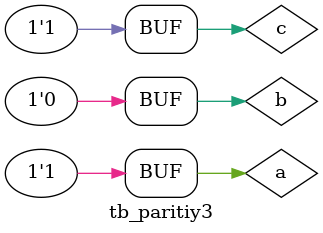
<source format=v>
/*--  *******************************************************
--  Computer Architecture Course, Laboratory Sources 
--  Amirkabir University of Technology (Tehran Polytechnic)
--  Department of Computer Engineering (CE-AUT)
--  https://ce[dot]aut[dot]ac[dot]ir
--  *******************************************************
--  All Rights reserved (C) 2019-2020
--  *******************************************************
--  Student ID  : 9831075
--  Student Name: Mina Beiki
--  Student Mail: minaabeiki@gmail.com
--  *******************************************************
--  Additional Comments: This is the test bench for both implementations . 
--
--*/

/*-----------------------------------------------------------
---  Module Name: Paritiy Generator Testbench
---  Description: Lab 04 Part 3 and Part 4
-----------------------------------------------------------*/
`timescale 1 ns/1 ns


module tb_paritiy3 ();

reg a;
reg b;
reg c;
wire f_parity_gen;
wire f_parity_gen_sop;
	
	paritiy3_gen t_paritiy3_gen (
		.a(a),
		.b(b),
		.c(c),
		.f(f_parity_gen));

	paritiy3_gen_sop t_paritiy3_gen_sop (
		.a(a), 
		.b(b), 
		.c(c), 
		.f(f_parity_gen_sop));


	initial 
		begin
		a =1'b0 ; b=1'b0 ; c=1'b0 ;
		# 100;
		a =1'b0 ; b=1'b0 ; c=1'b1 ;
		# 100;
		a =1'b0 ; b=1'b1 ; c=1'b0 ;
		# 100;
		a =1'b0 ; b=1'b1 ; c=1'b1 ;
		# 100;
		a =1'b1 ; b=1'b0 ; c=1'b0 ;
		# 100;
		a =1'b1 ; b=1'b0 ; c=1'b1 ;
		# 100;
		a =1'b1 ; b=1'b1 ; c=1'b0 ;
		# 100;
		a =1'b1 ; b=1'b0 ; c=1'b1 ;
		# 100;
		
	end

endmodule
</source>
